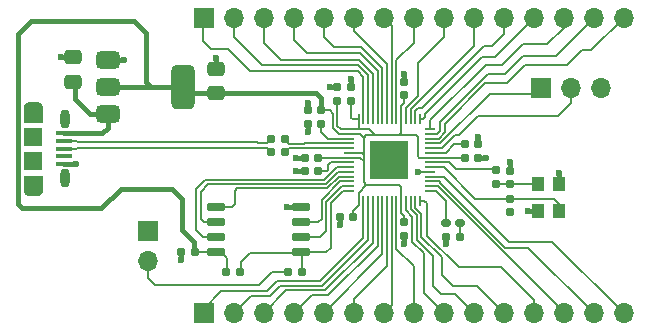
<source format=gbr>
%TF.GenerationSoftware,KiCad,Pcbnew,8.0.2*%
%TF.CreationDate,2024-06-30T02:03:35-06:00*%
%TF.ProjectId,2024_June_RP2040,32303234-5f4a-4756-9e65-5f5250323034,rev?*%
%TF.SameCoordinates,Original*%
%TF.FileFunction,Copper,L1,Top*%
%TF.FilePolarity,Positive*%
%FSLAX46Y46*%
G04 Gerber Fmt 4.6, Leading zero omitted, Abs format (unit mm)*
G04 Created by KiCad (PCBNEW 8.0.2) date 2024-06-30 02:03:35*
%MOMM*%
%LPD*%
G01*
G04 APERTURE LIST*
G04 Aperture macros list*
%AMRoundRect*
0 Rectangle with rounded corners*
0 $1 Rounding radius*
0 $2 $3 $4 $5 $6 $7 $8 $9 X,Y pos of 4 corners*
0 Add a 4 corners polygon primitive as box body*
4,1,4,$2,$3,$4,$5,$6,$7,$8,$9,$2,$3,0*
0 Add four circle primitives for the rounded corners*
1,1,$1+$1,$2,$3*
1,1,$1+$1,$4,$5*
1,1,$1+$1,$6,$7*
1,1,$1+$1,$8,$9*
0 Add four rect primitives between the rounded corners*
20,1,$1+$1,$2,$3,$4,$5,0*
20,1,$1+$1,$4,$5,$6,$7,0*
20,1,$1+$1,$6,$7,$8,$9,0*
20,1,$1+$1,$8,$9,$2,$3,0*%
G04 Aperture macros list end*
%TA.AperFunction,EtchedComponent*%
%ADD10C,0.010000*%
%TD*%
%TA.AperFunction,SMDPad,CuDef*%
%ADD11RoundRect,0.160000X-0.197500X-0.160000X0.197500X-0.160000X0.197500X0.160000X-0.197500X0.160000X0*%
%TD*%
%TA.AperFunction,SMDPad,CuDef*%
%ADD12RoundRect,0.160000X0.222500X0.160000X-0.222500X0.160000X-0.222500X-0.160000X0.222500X-0.160000X0*%
%TD*%
%TA.AperFunction,ComponentPad*%
%ADD13R,1.700000X1.700000*%
%TD*%
%TA.AperFunction,ComponentPad*%
%ADD14O,1.700000X1.700000*%
%TD*%
%TA.AperFunction,SMDPad,CuDef*%
%ADD15RoundRect,0.160000X-0.160000X0.197500X-0.160000X-0.197500X0.160000X-0.197500X0.160000X0.197500X0*%
%TD*%
%TA.AperFunction,SMDPad,CuDef*%
%ADD16RoundRect,0.155000X0.155000X-0.212500X0.155000X0.212500X-0.155000X0.212500X-0.155000X-0.212500X0*%
%TD*%
%TA.AperFunction,SMDPad,CuDef*%
%ADD17RoundRect,0.155000X-0.155000X0.212500X-0.155000X-0.212500X0.155000X-0.212500X0.155000X0.212500X0*%
%TD*%
%TA.AperFunction,SMDPad,CuDef*%
%ADD18R,1.050000X1.300000*%
%TD*%
%TA.AperFunction,SMDPad,CuDef*%
%ADD19RoundRect,0.160000X0.197500X0.160000X-0.197500X0.160000X-0.197500X-0.160000X0.197500X-0.160000X0*%
%TD*%
%TA.AperFunction,SMDPad,CuDef*%
%ADD20RoundRect,0.155000X0.212500X0.155000X-0.212500X0.155000X-0.212500X-0.155000X0.212500X-0.155000X0*%
%TD*%
%TA.AperFunction,SMDPad,CuDef*%
%ADD21RoundRect,0.150000X0.650000X0.150000X-0.650000X0.150000X-0.650000X-0.150000X0.650000X-0.150000X0*%
%TD*%
%TA.AperFunction,SMDPad,CuDef*%
%ADD22R,1.350000X0.400000*%
%TD*%
%TA.AperFunction,ComponentPad*%
%ADD23O,0.800000X1.600000*%
%TD*%
%TA.AperFunction,ComponentPad*%
%ADD24O,1.500000X0.750000*%
%TD*%
%TA.AperFunction,SMDPad,CuDef*%
%ADD25R,1.550000X1.500000*%
%TD*%
%TA.AperFunction,SMDPad,CuDef*%
%ADD26RoundRect,0.155000X-0.212500X-0.155000X0.212500X-0.155000X0.212500X0.155000X-0.212500X0.155000X0*%
%TD*%
%TA.AperFunction,SMDPad,CuDef*%
%ADD27RoundRect,0.050000X0.050000X-0.387500X0.050000X0.387500X-0.050000X0.387500X-0.050000X-0.387500X0*%
%TD*%
%TA.AperFunction,SMDPad,CuDef*%
%ADD28RoundRect,0.050000X0.387500X-0.050000X0.387500X0.050000X-0.387500X0.050000X-0.387500X-0.050000X0*%
%TD*%
%TA.AperFunction,HeatsinkPad*%
%ADD29R,3.200000X3.200000*%
%TD*%
%TA.AperFunction,SMDPad,CuDef*%
%ADD30RoundRect,0.375000X-0.625000X-0.375000X0.625000X-0.375000X0.625000X0.375000X-0.625000X0.375000X0*%
%TD*%
%TA.AperFunction,SMDPad,CuDef*%
%ADD31RoundRect,0.500000X-0.500000X-1.400000X0.500000X-1.400000X0.500000X1.400000X-0.500000X1.400000X0*%
%TD*%
%TA.AperFunction,SMDPad,CuDef*%
%ADD32RoundRect,0.250000X0.475000X-0.337500X0.475000X0.337500X-0.475000X0.337500X-0.475000X-0.337500X0*%
%TD*%
%TA.AperFunction,ViaPad*%
%ADD33C,0.600000*%
%TD*%
%TA.AperFunction,Conductor*%
%ADD34C,0.152400*%
%TD*%
%TA.AperFunction,Conductor*%
%ADD35C,0.203200*%
%TD*%
%TA.AperFunction,Conductor*%
%ADD36C,0.381000*%
%TD*%
%TA.AperFunction,Conductor*%
%ADD37C,0.200000*%
%TD*%
G04 APERTURE END LIST*
D10*
%TO.C,J2*%
X86094600Y-64900800D02*
X86120600Y-64902800D01*
X86146600Y-64905800D01*
X86172600Y-64910800D01*
X86197600Y-64916800D01*
X86223600Y-64923800D01*
X86247600Y-64932800D01*
X86271600Y-64942800D01*
X86295600Y-64953800D01*
X86318600Y-64966800D01*
X86340600Y-64980800D01*
X86362600Y-64994800D01*
X86383600Y-65010800D01*
X86403600Y-65027800D01*
X86422600Y-65045800D01*
X86440600Y-65064800D01*
X86457600Y-65084800D01*
X86473600Y-65105800D01*
X86487600Y-65127800D01*
X86501600Y-65149800D01*
X86514600Y-65172800D01*
X86525600Y-65196800D01*
X86535600Y-65220800D01*
X86544600Y-65244800D01*
X86551600Y-65270800D01*
X86557600Y-65295800D01*
X86562600Y-65321800D01*
X86565600Y-65347800D01*
X86567600Y-65373800D01*
X86568600Y-65399800D01*
X86568600Y-66544800D01*
X85018600Y-66544800D01*
X85018600Y-65399800D01*
X85019600Y-65373800D01*
X85021600Y-65347800D01*
X85024600Y-65321800D01*
X85029600Y-65295800D01*
X85035600Y-65270800D01*
X85042600Y-65244800D01*
X85051600Y-65220800D01*
X85061600Y-65196800D01*
X85072600Y-65172800D01*
X85085600Y-65149800D01*
X85099600Y-65127800D01*
X85113600Y-65105800D01*
X85129600Y-65084800D01*
X85146600Y-65064800D01*
X85164600Y-65045800D01*
X85183600Y-65027800D01*
X85203600Y-65010800D01*
X85224600Y-64994800D01*
X85246600Y-64980800D01*
X85268600Y-64966800D01*
X85291600Y-64953800D01*
X85315600Y-64942800D01*
X85339600Y-64932800D01*
X85363600Y-64923800D01*
X85389600Y-64916800D01*
X85414600Y-64910800D01*
X85440600Y-64905800D01*
X85466600Y-64902800D01*
X85492600Y-64900800D01*
X85518600Y-64899800D01*
X86068600Y-64899800D01*
X86094600Y-64900800D01*
%TA.AperFunction,EtchedComponent*%
G36*
X86094600Y-64900800D02*
G01*
X86120600Y-64902800D01*
X86146600Y-64905800D01*
X86172600Y-64910800D01*
X86197600Y-64916800D01*
X86223600Y-64923800D01*
X86247600Y-64932800D01*
X86271600Y-64942800D01*
X86295600Y-64953800D01*
X86318600Y-64966800D01*
X86340600Y-64980800D01*
X86362600Y-64994800D01*
X86383600Y-65010800D01*
X86403600Y-65027800D01*
X86422600Y-65045800D01*
X86440600Y-65064800D01*
X86457600Y-65084800D01*
X86473600Y-65105800D01*
X86487600Y-65127800D01*
X86501600Y-65149800D01*
X86514600Y-65172800D01*
X86525600Y-65196800D01*
X86535600Y-65220800D01*
X86544600Y-65244800D01*
X86551600Y-65270800D01*
X86557600Y-65295800D01*
X86562600Y-65321800D01*
X86565600Y-65347800D01*
X86567600Y-65373800D01*
X86568600Y-65399800D01*
X86568600Y-66544800D01*
X85018600Y-66544800D01*
X85018600Y-65399800D01*
X85019600Y-65373800D01*
X85021600Y-65347800D01*
X85024600Y-65321800D01*
X85029600Y-65295800D01*
X85035600Y-65270800D01*
X85042600Y-65244800D01*
X85051600Y-65220800D01*
X85061600Y-65196800D01*
X85072600Y-65172800D01*
X85085600Y-65149800D01*
X85099600Y-65127800D01*
X85113600Y-65105800D01*
X85129600Y-65084800D01*
X85146600Y-65064800D01*
X85164600Y-65045800D01*
X85183600Y-65027800D01*
X85203600Y-65010800D01*
X85224600Y-64994800D01*
X85246600Y-64980800D01*
X85268600Y-64966800D01*
X85291600Y-64953800D01*
X85315600Y-64942800D01*
X85339600Y-64932800D01*
X85363600Y-64923800D01*
X85389600Y-64916800D01*
X85414600Y-64910800D01*
X85440600Y-64905800D01*
X85466600Y-64902800D01*
X85492600Y-64900800D01*
X85518600Y-64899800D01*
X86068600Y-64899800D01*
X86094600Y-64900800D01*
G37*
%TD.AperFunction*%
X86568600Y-72289800D02*
X86567600Y-72315800D01*
X86565600Y-72341800D01*
X86562600Y-72367800D01*
X86557600Y-72393800D01*
X86551600Y-72418800D01*
X86544600Y-72444800D01*
X86535600Y-72468800D01*
X86525600Y-72492800D01*
X86514600Y-72516800D01*
X86501600Y-72539800D01*
X86487600Y-72561800D01*
X86473600Y-72583800D01*
X86457600Y-72604800D01*
X86440600Y-72624800D01*
X86422600Y-72643800D01*
X86403600Y-72661800D01*
X86383600Y-72678800D01*
X86362600Y-72694800D01*
X86340600Y-72708800D01*
X86318600Y-72722800D01*
X86295600Y-72735800D01*
X86271600Y-72746800D01*
X86247600Y-72756800D01*
X86223600Y-72765800D01*
X86197600Y-72772800D01*
X86172600Y-72778800D01*
X86146600Y-72783800D01*
X86120600Y-72786800D01*
X86094600Y-72788800D01*
X86068600Y-72789800D01*
X85518600Y-72789800D01*
X85492600Y-72788800D01*
X85466600Y-72786800D01*
X85440600Y-72783800D01*
X85414600Y-72778800D01*
X85389600Y-72772800D01*
X85363600Y-72765800D01*
X85339600Y-72756800D01*
X85315600Y-72746800D01*
X85291600Y-72735800D01*
X85268600Y-72722800D01*
X85246600Y-72708800D01*
X85224600Y-72694800D01*
X85203600Y-72678800D01*
X85183600Y-72661800D01*
X85164600Y-72643800D01*
X85146600Y-72624800D01*
X85129600Y-72604800D01*
X85113600Y-72583800D01*
X85099600Y-72561800D01*
X85085600Y-72539800D01*
X85072600Y-72516800D01*
X85061600Y-72492800D01*
X85051600Y-72468800D01*
X85042600Y-72444800D01*
X85035600Y-72418800D01*
X85029600Y-72393800D01*
X85024600Y-72367800D01*
X85021600Y-72341800D01*
X85019600Y-72315800D01*
X85018600Y-72289800D01*
X85018600Y-71144800D01*
X86568600Y-71144800D01*
X86568600Y-72289800D01*
%TA.AperFunction,EtchedComponent*%
G36*
X86568600Y-72289800D02*
G01*
X86567600Y-72315800D01*
X86565600Y-72341800D01*
X86562600Y-72367800D01*
X86557600Y-72393800D01*
X86551600Y-72418800D01*
X86544600Y-72444800D01*
X86535600Y-72468800D01*
X86525600Y-72492800D01*
X86514600Y-72516800D01*
X86501600Y-72539800D01*
X86487600Y-72561800D01*
X86473600Y-72583800D01*
X86457600Y-72604800D01*
X86440600Y-72624800D01*
X86422600Y-72643800D01*
X86403600Y-72661800D01*
X86383600Y-72678800D01*
X86362600Y-72694800D01*
X86340600Y-72708800D01*
X86318600Y-72722800D01*
X86295600Y-72735800D01*
X86271600Y-72746800D01*
X86247600Y-72756800D01*
X86223600Y-72765800D01*
X86197600Y-72772800D01*
X86172600Y-72778800D01*
X86146600Y-72783800D01*
X86120600Y-72786800D01*
X86094600Y-72788800D01*
X86068600Y-72789800D01*
X85518600Y-72789800D01*
X85492600Y-72788800D01*
X85466600Y-72786800D01*
X85440600Y-72783800D01*
X85414600Y-72778800D01*
X85389600Y-72772800D01*
X85363600Y-72765800D01*
X85339600Y-72756800D01*
X85315600Y-72746800D01*
X85291600Y-72735800D01*
X85268600Y-72722800D01*
X85246600Y-72708800D01*
X85224600Y-72694800D01*
X85203600Y-72678800D01*
X85183600Y-72661800D01*
X85164600Y-72643800D01*
X85146600Y-72624800D01*
X85129600Y-72604800D01*
X85113600Y-72583800D01*
X85099600Y-72561800D01*
X85085600Y-72539800D01*
X85072600Y-72516800D01*
X85061600Y-72492800D01*
X85051600Y-72468800D01*
X85042600Y-72444800D01*
X85035600Y-72418800D01*
X85029600Y-72393800D01*
X85024600Y-72367800D01*
X85021600Y-72341800D01*
X85019600Y-72315800D01*
X85018600Y-72289800D01*
X85018600Y-71144800D01*
X86568600Y-71144800D01*
X86568600Y-72289800D01*
G37*
%TD.AperFunction*%
%TD*%
D11*
%TO.P,R6,1*%
%TO.N,GND*%
X120789100Y-76301600D03*
%TO.P,R6,2*%
%TO.N,Net-(D1-K)*%
X121984100Y-76301600D03*
%TD*%
D12*
%TO.P,D1,2,A*%
%TO.N,/GPIO_12*%
X120802000Y-75133200D03*
%TO.P,D1,1,K*%
%TO.N,Net-(D1-K)*%
X121947000Y-75133200D03*
%TD*%
D13*
%TO.P,J5,1,Pin_1*%
%TO.N,/SWD*%
X128778000Y-63677800D03*
D14*
%TO.P,J5,2,Pin_2*%
%TO.N,/SWCLK*%
X131318000Y-63677800D03*
%TO.P,J5,3,Pin_3*%
%TO.N,GND*%
X133858000Y-63677800D03*
%TD*%
D13*
%TO.P,J4,1,Pin_1*%
%TO.N,/GPIO_ADC3*%
X100253800Y-57759600D03*
D14*
%TO.P,J4,2,Pin_2*%
%TO.N,/GPIO_ADC2*%
X102793800Y-57759600D03*
%TO.P,J4,3,Pin_3*%
%TO.N,/GPIO_ADC1*%
X105333800Y-57759600D03*
%TO.P,J4,4,Pin_4*%
%TO.N,/GPIO_ADC0*%
X107873800Y-57759600D03*
%TO.P,J4,5,Pin_5*%
%TO.N,/GPIO_25*%
X110413800Y-57759600D03*
%TO.P,J4,6,Pin_6*%
%TO.N,/GPIO_24*%
X112953800Y-57759600D03*
%TO.P,J4,7,Pin_7*%
%TO.N,/GPIO_23*%
X115493800Y-57759600D03*
%TO.P,J4,8,Pin_8*%
%TO.N,/GPIO_22*%
X118033800Y-57759600D03*
%TO.P,J4,9,Pin_9*%
%TO.N,/GPIO_21*%
X120573800Y-57759600D03*
%TO.P,J4,10,Pin_10*%
%TO.N,/GPIO_20*%
X123113800Y-57759600D03*
%TO.P,J4,11,Pin_11*%
%TO.N,/GPIO_19*%
X125653800Y-57759600D03*
%TO.P,J4,12,Pin_12*%
%TO.N,/GPIO_18*%
X128193800Y-57759600D03*
%TO.P,J4,13,Pin_13*%
%TO.N,/GPIO_17*%
X130733800Y-57759600D03*
%TO.P,J4,14,Pin_14*%
%TO.N,/GPIO_16*%
X133273800Y-57759600D03*
%TO.P,J4,15,Pin_15*%
%TO.N,/RUN*%
X135813800Y-57759600D03*
%TD*%
D13*
%TO.P,J3,1,Pin_1*%
%TO.N,/GPIO_0*%
X100253800Y-82759600D03*
D14*
%TO.P,J3,2,Pin_2*%
%TO.N,/GPIO_1*%
X102793800Y-82759600D03*
%TO.P,J3,3,Pin_3*%
%TO.N,/GPIO_2*%
X105333800Y-82759600D03*
%TO.P,J3,4,Pin_4*%
%TO.N,/GPIO_3*%
X107873800Y-82759600D03*
%TO.P,J3,5,Pin_5*%
%TO.N,/GPIO_4*%
X110413800Y-82759600D03*
%TO.P,J3,6,Pin_6*%
%TO.N,/GPIO_5*%
X112953800Y-82759600D03*
%TO.P,J3,7,Pin_7*%
%TO.N,/GPIO_6*%
X115493800Y-82759600D03*
%TO.P,J3,8,Pin_8*%
%TO.N,/GPIO_7*%
X118033800Y-82759600D03*
%TO.P,J3,9,Pin_9*%
%TO.N,/GPIO_8*%
X120573800Y-82759600D03*
%TO.P,J3,10,Pin_10*%
%TO.N,/GPIO_9*%
X123113800Y-82759600D03*
%TO.P,J3,11,Pin_11*%
%TO.N,/GPIO_10*%
X125653800Y-82759600D03*
%TO.P,J3,12,Pin_12*%
%TO.N,/GPIO_11*%
X128193800Y-82759600D03*
%TO.P,J3,13,Pin_13*%
%TO.N,/GPIO_13*%
X130733800Y-82759600D03*
%TO.P,J3,14,Pin_14*%
%TO.N,/GPIO_14*%
X133273800Y-82759600D03*
%TO.P,J3,15,Pin_15*%
%TO.N,/GPIO_15*%
X135813800Y-82759600D03*
%TD*%
D15*
%TO.P,R5,1*%
%TO.N,/XOUT*%
X124965400Y-70674900D03*
%TO.P,R5,2*%
%TO.N,Net-(Y2-CRYSTAL_2)*%
X124965400Y-71869900D03*
%TD*%
D16*
%TO.P,C17,1*%
%TO.N,GND*%
X126212600Y-74227500D03*
%TO.P,C17,2*%
%TO.N,/XIN*%
X126212600Y-73092500D03*
%TD*%
D17*
%TO.P,C16,1*%
%TO.N,GND*%
X126184600Y-70696200D03*
%TO.P,C16,2*%
%TO.N,Net-(Y2-CRYSTAL_2)*%
X126184600Y-71831200D03*
%TD*%
D18*
%TO.P,Y2,4,GND_2*%
%TO.N,GND*%
X128574800Y-74142600D03*
%TO.P,Y2,3,CRYSTAL_2*%
%TO.N,Net-(Y2-CRYSTAL_2)*%
X128574800Y-71842600D03*
%TO.P,Y2,2,GND_1*%
%TO.N,GND*%
X130324800Y-71842600D03*
%TO.P,Y2,1,CRYSTAL_1*%
%TO.N,/XIN*%
X130324800Y-74142600D03*
%TD*%
D19*
%TO.P,R4,1*%
%TO.N,/MCU_USB_D-*%
X107137900Y-68046600D03*
%TO.P,R4,2*%
%TO.N,/USB_D-*%
X105942900Y-68046600D03*
%TD*%
%TO.P,R3,2*%
%TO.N,/USB_D+*%
X105955500Y-69164200D03*
%TO.P,R3,1*%
%TO.N,/MCU_USB_D+*%
X107150500Y-69164200D03*
%TD*%
D11*
%TO.P,R2,1*%
%TO.N,+3.3V*%
X102170900Y-79248000D03*
%TO.P,R2,2*%
%TO.N,/QSPI_SS*%
X103365900Y-79248000D03*
%TD*%
D19*
%TO.P,R1,2*%
%TO.N,/USB_BOOT*%
X107377900Y-79273400D03*
%TO.P,R1,1*%
%TO.N,/QSPI_SS*%
X108572900Y-79273400D03*
%TD*%
D13*
%TO.P,J1,1,Pin_1*%
%TO.N,GND*%
X95580200Y-75844400D03*
D14*
%TO.P,J1,2,Pin_2*%
%TO.N,/USB_BOOT*%
X95580200Y-78384400D03*
%TD*%
D20*
%TO.P,C11,2*%
%TO.N,GND*%
X98365500Y-77622400D03*
%TO.P,C11,1*%
%TO.N,+3.3V*%
X99500500Y-77622400D03*
%TD*%
D21*
%TO.P,U3,1,~{CS}*%
%TO.N,/QSPI_SS*%
X108476600Y-77597000D03*
%TO.P,U3,2,DO(IO1)*%
%TO.N,/QSPI_SD1*%
X108476600Y-76327000D03*
%TO.P,U3,3,IO2*%
%TO.N,/QSPI_SD2*%
X108476600Y-75057000D03*
%TO.P,U3,4,GND*%
%TO.N,GND*%
X108476600Y-73787000D03*
%TO.P,U3,5,DI(IO0)*%
%TO.N,/QSPI_SD0*%
X101276600Y-73787000D03*
%TO.P,U3,6,CLK*%
%TO.N,/QSPI_CLK*%
X101276600Y-75057000D03*
%TO.P,U3,7,IO3*%
%TO.N,/QSPI_SD3*%
X101276600Y-76327000D03*
%TO.P,U3,8,VCC*%
%TO.N,+3.3V*%
X101276600Y-77597000D03*
%TD*%
D22*
%TO.P,J2,1,1*%
%TO.N,+5V*%
X88468600Y-67544800D03*
%TO.P,J2,2,2*%
%TO.N,/USB_D-*%
X88468600Y-68194800D03*
%TO.P,J2,3,3*%
%TO.N,/USB_D+*%
X88468600Y-68844800D03*
%TO.P,J2,4,4*%
%TO.N,unconnected-(J2-Pad4)*%
X88468600Y-69494800D03*
%TO.P,J2,5,5*%
%TO.N,GND*%
X88468600Y-70144800D03*
D23*
%TO.P,J2,S1,SHIELD*%
%TO.N,unconnected-(J2-SHIELD-PadS1)*%
X88493600Y-66344800D03*
%TO.P,J2,S2,SHIELD__1*%
%TO.N,unconnected-(J2-SHIELD__1-PadS2)*%
X88493600Y-71344800D03*
D24*
%TO.P,J2,S3,SHIELD__2*%
%TO.N,unconnected-(J2-SHIELD__2-PadS3)*%
X85793600Y-65319800D03*
D25*
%TO.P,J2,S4,SHIELD__3*%
%TO.N,unconnected-(J2-SHIELD__3-PadS4)*%
X85793600Y-67844800D03*
%TO.P,J2,S5,SHIELD__4*%
%TO.N,unconnected-(J2-SHIELD__4-PadS5)*%
X85793600Y-69844800D03*
D24*
%TO.P,J2,S6,SHIELD__5*%
%TO.N,unconnected-(J2-SHIELD__5-PadS6)*%
X85793600Y-72369800D03*
%TD*%
D20*
%TO.P,C15,2*%
%TO.N,GND*%
X108796200Y-70739000D03*
%TO.P,C15,1*%
%TO.N,+1V1*%
X109931200Y-70739000D03*
%TD*%
D26*
%TO.P,C14,1*%
%TO.N,+1V1*%
X122351800Y-68478400D03*
%TO.P,C14,2*%
%TO.N,GND*%
X123486800Y-68478400D03*
%TD*%
D27*
%TO.P,U2,1,IOVDD*%
%TO.N,+3.3V*%
X113376400Y-73236700D03*
%TO.P,U2,2,GPIO0*%
%TO.N,/GPIO_0*%
X113776400Y-73236700D03*
%TO.P,U2,3,GPIO1*%
%TO.N,/GPIO_1*%
X114176400Y-73236700D03*
%TO.P,U2,4,GPIO2*%
%TO.N,/GPIO_2*%
X114576400Y-73236700D03*
%TO.P,U2,5,GPIO3*%
%TO.N,/GPIO_3*%
X114976400Y-73236700D03*
%TO.P,U2,6,GPIO4*%
%TO.N,/GPIO_4*%
X115376400Y-73236700D03*
%TO.P,U2,7,GPIO5*%
%TO.N,/GPIO_5*%
X115776400Y-73236700D03*
%TO.P,U2,8,GPIO6*%
%TO.N,/GPIO_6*%
X116176400Y-73236700D03*
%TO.P,U2,9,GPIO7*%
%TO.N,/GPIO_7*%
X116576400Y-73236700D03*
%TO.P,U2,10,IOVDD*%
%TO.N,+3.3V*%
X116976400Y-73236700D03*
%TO.P,U2,11,GPIO8*%
%TO.N,/GPIO_8*%
X117376400Y-73236700D03*
%TO.P,U2,12,GPIO9*%
%TO.N,/GPIO_9*%
X117776400Y-73236700D03*
%TO.P,U2,13,GPIO10*%
%TO.N,/GPIO_10*%
X118176400Y-73236700D03*
%TO.P,U2,14,GPIO11*%
%TO.N,/GPIO_11*%
X118576400Y-73236700D03*
D28*
%TO.P,U2,15,GPIO12*%
%TO.N,/GPIO_12*%
X119413900Y-72399200D03*
%TO.P,U2,16,GPIO13*%
%TO.N,/GPIO_13*%
X119413900Y-71999200D03*
%TO.P,U2,17,GPIO14*%
%TO.N,/GPIO_14*%
X119413900Y-71599200D03*
%TO.P,U2,18,GPIO15*%
%TO.N,/GPIO_15*%
X119413900Y-71199200D03*
%TO.P,U2,19,TESTEN*%
%TO.N,GND*%
X119413900Y-70799200D03*
%TO.P,U2,20,XIN*%
%TO.N,/XIN*%
X119413900Y-70399200D03*
%TO.P,U2,21,XOUT*%
%TO.N,/XOUT*%
X119413900Y-69999200D03*
%TO.P,U2,22,IOVDD*%
%TO.N,+3.3V*%
X119413900Y-69599200D03*
%TO.P,U2,23,DVDD*%
%TO.N,+1V1*%
X119413900Y-69199200D03*
%TO.P,U2,24,SWCLK*%
%TO.N,/SWCLK*%
X119413900Y-68799200D03*
%TO.P,U2,25,SWD*%
%TO.N,/SWD*%
X119413900Y-68399200D03*
%TO.P,U2,26,RUN*%
%TO.N,/RUN*%
X119413900Y-67999200D03*
%TO.P,U2,27,GPIO16*%
%TO.N,/GPIO_16*%
X119413900Y-67599200D03*
%TO.P,U2,28,GPIO17*%
%TO.N,/GPIO_17*%
X119413900Y-67199200D03*
D27*
%TO.P,U2,29,GPIO18*%
%TO.N,/GPIO_18*%
X118576400Y-66361700D03*
%TO.P,U2,30,GPIO19*%
%TO.N,/GPIO_19*%
X118176400Y-66361700D03*
%TO.P,U2,31,GPIO20*%
%TO.N,/GPIO_20*%
X117776400Y-66361700D03*
%TO.P,U2,32,GPIO21*%
%TO.N,/GPIO_21*%
X117376400Y-66361700D03*
%TO.P,U2,33,IOVDD*%
%TO.N,+3.3V*%
X116976400Y-66361700D03*
%TO.P,U2,34,GPIO22*%
%TO.N,/GPIO_22*%
X116576400Y-66361700D03*
%TO.P,U2,35,GPIO23*%
%TO.N,/GPIO_23*%
X116176400Y-66361700D03*
%TO.P,U2,36,GPIO24*%
%TO.N,/GPIO_24*%
X115776400Y-66361700D03*
%TO.P,U2,37,GPIO25*%
%TO.N,/GPIO_25*%
X115376400Y-66361700D03*
%TO.P,U2,38,GPIO26_ADC0*%
%TO.N,/GPIO_ADC0*%
X114976400Y-66361700D03*
%TO.P,U2,39,GPIO27_ADC1*%
%TO.N,/GPIO_ADC1*%
X114576400Y-66361700D03*
%TO.P,U2,40,GPIO28_ADC2*%
%TO.N,/GPIO_ADC2*%
X114176400Y-66361700D03*
%TO.P,U2,41,GPIO29_ADC3*%
%TO.N,/GPIO_ADC3*%
X113776400Y-66361700D03*
%TO.P,U2,42,IOVDD*%
%TO.N,+3.3V*%
X113376400Y-66361700D03*
D28*
%TO.P,U2,43,ADC_AVDD*%
X112538900Y-67199200D03*
%TO.P,U2,44,VREG_IN*%
X112538900Y-67599200D03*
%TO.P,U2,45,VREG_VOUT*%
%TO.N,+1V1*%
X112538900Y-67999200D03*
%TO.P,U2,46,USB_DM*%
%TO.N,/MCU_USB_D-*%
X112538900Y-68399200D03*
%TO.P,U2,47,USB_DP*%
%TO.N,/MCU_USB_D+*%
X112538900Y-68799200D03*
%TO.P,U2,48,USB_VDD*%
%TO.N,+3.3V*%
X112538900Y-69199200D03*
%TO.P,U2,49,IOVDD*%
X112538900Y-69599200D03*
%TO.P,U2,50,DVDD*%
%TO.N,+1V1*%
X112538900Y-69999200D03*
%TO.P,U2,51,QSPI_SD3*%
%TO.N,/QSPI_SD3*%
X112538900Y-70399200D03*
%TO.P,U2,52,QSPI_SCLK*%
%TO.N,/QSPI_CLK*%
X112538900Y-70799200D03*
%TO.P,U2,53,QSPI_SD0*%
%TO.N,/QSPI_SD0*%
X112538900Y-71199200D03*
%TO.P,U2,54,QSPI_SD2*%
%TO.N,/QSPI_SD2*%
X112538900Y-71599200D03*
%TO.P,U2,55,QSPI_SD1*%
%TO.N,/QSPI_SD1*%
X112538900Y-71999200D03*
%TO.P,U2,56,QSPI_SS*%
%TO.N,/QSPI_SS*%
X112538900Y-72399200D03*
D29*
%TO.P,U2,57,GND*%
%TO.N,GND*%
X115976400Y-69799200D03*
%TD*%
D30*
%TO.P,U1,3,VI*%
%TO.N,+5V*%
X92176200Y-65913700D03*
D31*
%TO.P,U1,2,VO*%
%TO.N,+3.3V*%
X98476200Y-63613700D03*
D30*
X92176200Y-63613700D03*
%TO.P,U1,1,GND*%
%TO.N,GND*%
X92176200Y-61313700D03*
%TD*%
D20*
%TO.P,C13,2*%
%TO.N,GND*%
X109084300Y-65608200D03*
%TO.P,C13,1*%
%TO.N,+3.3V*%
X110219300Y-65608200D03*
%TD*%
D26*
%TO.P,C12,1*%
%TO.N,GND*%
X109084300Y-66776600D03*
%TO.P,C12,2*%
%TO.N,+1V1*%
X110219300Y-66776600D03*
%TD*%
%TO.P,C9,1*%
%TO.N,+3.3V*%
X122351800Y-69596000D03*
%TO.P,C9,2*%
%TO.N,GND*%
X123486800Y-69596000D03*
%TD*%
D20*
%TO.P,C8,1*%
%TO.N,+3.3V*%
X109931200Y-69621400D03*
%TO.P,C8,2*%
%TO.N,GND*%
X108796200Y-69621400D03*
%TD*%
%TO.P,C7,1*%
%TO.N,+3.3V*%
X112937100Y-74650600D03*
%TO.P,C7,2*%
%TO.N,GND*%
X111802100Y-74650600D03*
%TD*%
D17*
%TO.P,C6,1*%
%TO.N,+3.3V*%
X117246400Y-75073700D03*
%TO.P,C6,2*%
%TO.N,GND*%
X117246400Y-76208700D03*
%TD*%
D16*
%TO.P,C5,1*%
%TO.N,+3.3V*%
X117246400Y-64312800D03*
%TO.P,C5,2*%
%TO.N,GND*%
X117246400Y-63177800D03*
%TD*%
%TO.P,C4,1*%
%TO.N,+3.3V*%
X112750600Y-64778700D03*
%TO.P,C4,2*%
%TO.N,GND*%
X112750600Y-63643700D03*
%TD*%
%TO.P,C3,2*%
%TO.N,GND*%
X111582200Y-63643700D03*
%TO.P,C3,1*%
%TO.N,+3.3V*%
X111582200Y-64778700D03*
%TD*%
D32*
%TO.P,C2,2*%
%TO.N,GND*%
X101269800Y-62056100D03*
%TO.P,C2,1*%
%TO.N,+3.3V*%
X101269800Y-64131100D03*
%TD*%
%TO.P,C1,1*%
%TO.N,+5V*%
X89204800Y-63165900D03*
%TO.P,C1,2*%
%TO.N,GND*%
X89204800Y-61090900D03*
%TD*%
D33*
%TO.N,GND*%
X115951000Y-69850000D03*
X117119400Y-70916800D03*
X114808000Y-70942200D03*
X117094000Y-68732400D03*
X114833400Y-68707000D03*
X120790300Y-76936600D03*
X126187200Y-70002400D03*
X118440200Y-70815200D03*
X126238000Y-74193400D03*
X98348800Y-78257400D03*
X89484200Y-70154800D03*
X88138000Y-61112400D03*
X93497400Y-61315600D03*
X101295200Y-61137800D03*
X117246400Y-62484000D03*
X112750600Y-62941200D03*
X110947200Y-63627000D03*
X109067600Y-64973200D03*
X109067600Y-67411600D03*
X108102400Y-69621400D03*
X108102400Y-70739000D03*
X107340400Y-73787000D03*
X111810800Y-75285600D03*
X117246400Y-76885800D03*
X127711200Y-74117200D03*
X130302000Y-70866000D03*
X124180600Y-69621400D03*
X123469400Y-67843400D03*
%TD*%
D34*
%TO.N,/QSPI_SS*%
X108572900Y-77693300D02*
X108572900Y-79273400D01*
X108476600Y-77597000D02*
X108572900Y-77693300D01*
D35*
%TO.N,/USB_BOOT*%
X106019600Y-79273400D02*
X107377900Y-79273400D01*
X104927400Y-80365600D02*
X106019600Y-79273400D01*
X96139000Y-80365600D02*
X104927400Y-80365600D01*
X95580200Y-79806800D02*
X96139000Y-80365600D01*
X95580200Y-78384400D02*
X95580200Y-79806800D01*
%TO.N,+3.3V*%
X102196300Y-79222600D02*
X102170900Y-79248000D01*
X102196300Y-78117100D02*
X102196300Y-79222600D01*
%TO.N,/QSPI_SS*%
X103391300Y-79222600D02*
X103365900Y-79248000D01*
X103391300Y-78472700D02*
X103391300Y-79222600D01*
D36*
%TO.N,+3.3V*%
X99466400Y-77588300D02*
X99500500Y-77622400D01*
X99466400Y-76758800D02*
X99466400Y-77588300D01*
X98450400Y-75742800D02*
X99466400Y-76758800D01*
X98450400Y-73075800D02*
X98450400Y-75742800D01*
X91592400Y-73863200D02*
X93218000Y-72237600D01*
X84840700Y-73863200D02*
X91592400Y-73863200D01*
X93218000Y-72237600D02*
X97612200Y-72237600D01*
X84510500Y-73533000D02*
X84840700Y-73863200D01*
X97612200Y-72237600D02*
X98450400Y-73075800D01*
X94335600Y-58013600D02*
X85648800Y-58013600D01*
X84510500Y-59151900D02*
X84510500Y-73533000D01*
X95351600Y-59029600D02*
X94335600Y-58013600D01*
X95351600Y-63207300D02*
X95351600Y-59029600D01*
X85648800Y-58013600D02*
X84510500Y-59151900D01*
X95758000Y-63613700D02*
X95351600Y-63207300D01*
D34*
%TO.N,/SWCLK*%
X131318000Y-64998600D02*
X131318000Y-63677800D01*
X130225800Y-66090800D02*
X131318000Y-64998600D01*
X123444000Y-66090800D02*
X130225800Y-66090800D01*
X121564400Y-67691000D02*
X121843800Y-67691000D01*
X119413900Y-68799200D02*
X120456200Y-68799200D01*
X120456200Y-68799200D02*
X121564400Y-67691000D01*
X121843800Y-67691000D02*
X123444000Y-66090800D01*
%TO.N,/SWD*%
X128270000Y-64185800D02*
X128778000Y-63677800D01*
X120297400Y-68399200D02*
X124510800Y-64185800D01*
X119413900Y-68399200D02*
X120297400Y-68399200D01*
X124510800Y-64185800D02*
X128270000Y-64185800D01*
%TO.N,/RUN*%
X133070600Y-60502800D02*
X135813800Y-57759600D01*
X132257800Y-60502800D02*
X133070600Y-60502800D01*
X131013200Y-61747400D02*
X132257800Y-60502800D01*
X127482600Y-61747400D02*
X131013200Y-61747400D01*
X125907800Y-63322200D02*
X127482600Y-61747400D01*
X120700800Y-66725800D02*
X124104400Y-63322200D01*
X120164000Y-67999200D02*
X120700800Y-67462400D01*
X120700800Y-67462400D02*
X120700800Y-66725800D01*
X124104400Y-63322200D02*
X125907800Y-63322200D01*
X119413900Y-67999200D02*
X120164000Y-67999200D01*
%TO.N,/GPIO_16*%
X127330200Y-60960000D02*
X130073400Y-60960000D01*
X130073400Y-60960000D02*
X133273800Y-57759600D01*
X120243600Y-66624200D02*
X124333000Y-62534800D01*
X125755400Y-62534800D02*
X127330200Y-60960000D01*
X120243600Y-67335400D02*
X120243600Y-66624200D01*
X124333000Y-62534800D02*
X125755400Y-62534800D01*
X119979800Y-67599200D02*
X120243600Y-67335400D01*
X119413900Y-67599200D02*
X119979800Y-67599200D01*
%TO.N,/GPIO_17*%
X129336800Y-59994800D02*
X130733800Y-58597800D01*
X127254000Y-59994800D02*
X129336800Y-59994800D01*
X125526800Y-61722000D02*
X127254000Y-59994800D01*
X119413900Y-66437900D02*
X124129800Y-61722000D01*
X124129800Y-61722000D02*
X125526800Y-61722000D01*
X119413900Y-67199200D02*
X119413900Y-66437900D01*
X130733800Y-58597800D02*
X130733800Y-57759600D01*
%TO.N,/GPIO_18*%
X124891800Y-61061600D02*
X128193800Y-57759600D01*
X118973600Y-66192400D02*
X118973600Y-65913000D01*
X118973600Y-65913000D02*
X123825000Y-61061600D01*
X123825000Y-61061600D02*
X124891800Y-61061600D01*
X118804300Y-66361700D02*
X118973600Y-66192400D01*
X118576400Y-66361700D02*
X118804300Y-66361700D01*
%TO.N,/GPIO_19*%
X125653800Y-59131200D02*
X125653800Y-57759600D01*
X124663200Y-60121800D02*
X125653800Y-59131200D01*
X123977400Y-60121800D02*
X124663200Y-60121800D01*
X118719600Y-65379600D02*
X123977400Y-60121800D01*
X118414800Y-65379600D02*
X118719600Y-65379600D01*
X118176400Y-65618000D02*
X118414800Y-65379600D01*
%TO.N,/GPIO_20*%
X123113800Y-60172600D02*
X123113800Y-57759600D01*
X117776400Y-66361700D02*
X117776400Y-65510000D01*
X117776400Y-65510000D02*
X123113800Y-60172600D01*
%TO.N,/GPIO_21*%
X118389400Y-61569600D02*
X120573800Y-59385200D01*
X118389400Y-64389000D02*
X118389400Y-61569600D01*
X120573800Y-59385200D02*
X120573800Y-57759600D01*
X117376400Y-65402000D02*
X118389400Y-64389000D01*
X117376400Y-66361700D02*
X117376400Y-65402000D01*
%TO.N,/GPIO_22*%
X116576400Y-61325200D02*
X118033800Y-59867800D01*
X116576400Y-66361700D02*
X116576400Y-61325200D01*
X118033800Y-59867800D02*
X118033800Y-57759600D01*
%TO.N,/GPIO_23*%
X116176400Y-58442200D02*
X115493800Y-57759600D01*
X116176400Y-66361700D02*
X116176400Y-58442200D01*
%TO.N,/GPIO_24*%
X112953800Y-58851800D02*
X112953800Y-57759600D01*
X115776400Y-61674400D02*
X112953800Y-58851800D01*
X115776400Y-66361700D02*
X115776400Y-61674400D01*
%TO.N,/GPIO_25*%
X110413800Y-59385200D02*
X110413800Y-57759600D01*
X113614200Y-60248800D02*
X111277400Y-60248800D01*
X115376400Y-62011000D02*
X113614200Y-60248800D01*
X115376400Y-66361700D02*
X115376400Y-62011000D01*
X111277400Y-60248800D02*
X110413800Y-59385200D01*
%TO.N,/GPIO_ADC0*%
X113487200Y-60782200D02*
X109016800Y-60782200D01*
X107873800Y-59639200D02*
X107873800Y-57759600D01*
X114976400Y-62271400D02*
X113487200Y-60782200D01*
X114976400Y-66361700D02*
X114976400Y-62271400D01*
X109016800Y-60782200D02*
X107873800Y-59639200D01*
%TO.N,/GPIO_ADC1*%
X106807000Y-61341000D02*
X105333800Y-59867800D01*
X113436400Y-61341000D02*
X106807000Y-61341000D01*
X114576400Y-62481000D02*
X113436400Y-61341000D01*
X105333800Y-59867800D02*
X105333800Y-57759600D01*
X114576400Y-66361700D02*
X114576400Y-62481000D01*
%TO.N,/GPIO_ADC2*%
X105181400Y-61798200D02*
X102793800Y-59410600D01*
X113334800Y-61798200D02*
X105181400Y-61798200D01*
X102793800Y-59410600D02*
X102793800Y-57759600D01*
X114176400Y-62639800D02*
X113334800Y-61798200D01*
X114176400Y-66361700D02*
X114176400Y-62639800D01*
%TO.N,/GPIO_ADC3*%
X100228400Y-57785000D02*
X100253800Y-57759600D01*
X100228400Y-59715400D02*
X100228400Y-57785000D01*
X100914200Y-60401200D02*
X100228400Y-59715400D01*
X104190800Y-62306200D02*
X102285800Y-60401200D01*
X113284000Y-62306200D02*
X104190800Y-62306200D01*
X102285800Y-60401200D02*
X100914200Y-60401200D01*
X113776400Y-62798600D02*
X113284000Y-62306200D01*
X113776400Y-66361700D02*
X113776400Y-62798600D01*
%TO.N,Net-(D1-K)*%
X121947000Y-76264500D02*
X121984100Y-76301600D01*
X121947000Y-75133200D02*
X121947000Y-76264500D01*
%TO.N,/GPIO_15*%
X129762200Y-76708000D02*
X135813800Y-82759600D01*
X126085600Y-76708000D02*
X129762200Y-76708000D01*
X120576800Y-71199200D02*
X126085600Y-76708000D01*
X119413900Y-71199200D02*
X120576800Y-71199200D01*
%TO.N,/GPIO_14*%
X125796568Y-77241400D02*
X127755600Y-77241400D01*
X120378485Y-71823317D02*
X125796568Y-77241400D01*
X120378485Y-71823316D02*
X120378485Y-71823317D01*
X120154369Y-71599200D02*
X120378485Y-71823316D01*
X119413900Y-71599200D02*
X120154369Y-71599200D01*
X127755600Y-77241400D02*
X133273800Y-82759600D01*
%TO.N,/GPIO_13*%
X130733800Y-82677000D02*
X130733800Y-82759600D01*
X120056000Y-71999200D02*
X130733800Y-82677000D01*
X119413900Y-71999200D02*
X120056000Y-71999200D01*
%TO.N,/GPIO_12*%
X119948000Y-72399200D02*
X120802000Y-73253200D01*
X120802000Y-73253200D02*
X120802000Y-75133200D01*
X119413900Y-72399200D02*
X119948000Y-72399200D01*
%TO.N,/GPIO_11*%
X128193800Y-81635600D02*
X128193800Y-82759600D01*
X125450600Y-78892400D02*
X128193800Y-81635600D01*
X119202200Y-76225400D02*
X121869200Y-78892400D01*
X119202200Y-75387200D02*
X119202200Y-76225400D01*
X119176800Y-75361800D02*
X119202200Y-75387200D01*
X119176800Y-73482200D02*
X119176800Y-75361800D01*
X118931300Y-73236700D02*
X119176800Y-73482200D01*
X121869200Y-78892400D02*
X125450600Y-78892400D01*
X118576400Y-73236700D02*
X118931300Y-73236700D01*
%TO.N,/GPIO_10*%
X121335800Y-80467200D02*
X123361400Y-80467200D01*
X120421400Y-79552800D02*
X121335800Y-80467200D01*
X120421400Y-78054200D02*
X120421400Y-79552800D01*
X118176400Y-73853400D02*
X118668800Y-74345800D01*
X118176400Y-73236700D02*
X118176400Y-73853400D01*
X118668800Y-74345800D02*
X118668800Y-76301600D01*
X118668800Y-76301600D02*
X120421400Y-78054200D01*
X123361400Y-80467200D02*
X125653800Y-82759600D01*
%TO.N,/GPIO_9*%
X119634000Y-80441800D02*
X120345200Y-81153000D01*
X119634000Y-77901800D02*
X119634000Y-80441800D01*
X118287800Y-76555600D02*
X119634000Y-77901800D01*
X118287800Y-74472800D02*
X118287800Y-76555600D01*
X117776400Y-73961400D02*
X118287800Y-74472800D01*
X120345200Y-81153000D02*
X121507200Y-81153000D01*
X121507200Y-81153000D02*
X123113800Y-82759600D01*
X117776400Y-73236700D02*
X117776400Y-73961400D01*
%TO.N,/GPIO_8*%
X118897400Y-81083200D02*
X120573800Y-82759600D01*
X117932200Y-76733400D02*
X118897400Y-77698600D01*
X118897400Y-77698600D02*
X118897400Y-81083200D01*
X117932200Y-74625200D02*
X117932200Y-76733400D01*
X117376400Y-74069400D02*
X117932200Y-74625200D01*
X117376400Y-73236700D02*
X117376400Y-74069400D01*
%TO.N,/GPIO_0*%
X100253800Y-82397600D02*
X100253800Y-82759600D01*
X101752400Y-80899000D02*
X100253800Y-82397600D01*
X105613200Y-80899000D02*
X101752400Y-80899000D01*
X106426000Y-80086200D02*
X105613200Y-80899000D01*
X110134400Y-80086200D02*
X106426000Y-80086200D01*
X113776400Y-76444200D02*
X110134400Y-80086200D01*
X113776400Y-73236700D02*
X113776400Y-76444200D01*
%TO.N,/GPIO_1*%
X106705400Y-80467200D02*
X105892600Y-81280000D01*
X110312200Y-80467200D02*
X106705400Y-80467200D01*
X114176400Y-76603000D02*
X110312200Y-80467200D01*
X104273400Y-81280000D02*
X102793800Y-82759600D01*
X114176400Y-73236700D02*
X114176400Y-76603000D01*
X105892600Y-81280000D02*
X104273400Y-81280000D01*
%TO.N,/GPIO_2*%
X107245200Y-80848200D02*
X105333800Y-82759600D01*
X110540800Y-80848200D02*
X107245200Y-80848200D01*
X114576400Y-76812600D02*
X110540800Y-80848200D01*
X114576400Y-73236700D02*
X114576400Y-76812600D01*
%TO.N,/GPIO_3*%
X109404200Y-81229200D02*
X107873800Y-82759600D01*
X110794800Y-81229200D02*
X109404200Y-81229200D01*
X114976400Y-77047600D02*
X110794800Y-81229200D01*
X114976400Y-73236700D02*
X114976400Y-77047600D01*
%TO.N,/GPIO_4*%
X115376400Y-77790600D02*
X110413800Y-82753200D01*
X115376400Y-73236700D02*
X115376400Y-77790600D01*
X110413800Y-82753200D02*
X110413800Y-82759600D01*
%TO.N,/GPIO_5*%
X112953800Y-81584800D02*
X112953800Y-82759600D01*
X115776400Y-73236700D02*
X115776400Y-78762200D01*
X115776400Y-78762200D02*
X112953800Y-81584800D01*
%TO.N,/GPIO_6*%
X116176400Y-82077000D02*
X115493800Y-82759600D01*
X116176400Y-73236700D02*
X116176400Y-82077000D01*
%TO.N,/GPIO_7*%
X118033800Y-78816200D02*
X118033800Y-82759600D01*
X116576400Y-77358800D02*
X118033800Y-78816200D01*
X116576400Y-73236700D02*
X116576400Y-77358800D01*
D36*
%TO.N,GND*%
X120789100Y-76935400D02*
X120790300Y-76936600D01*
X120789100Y-76301600D02*
X120789100Y-76935400D01*
%TO.N,+5V*%
X89357200Y-64617600D02*
X89357200Y-63318300D01*
X89357200Y-63318300D02*
X89204800Y-63165900D01*
X90653300Y-65913700D02*
X89357200Y-64617600D01*
X92176200Y-65913700D02*
X90653300Y-65913700D01*
X92176200Y-67055600D02*
X92176200Y-65913700D01*
X92176600Y-67056000D02*
X92176200Y-67055600D01*
X91687800Y-67544800D02*
X92176600Y-67056000D01*
X88468600Y-67544800D02*
X91687800Y-67544800D01*
%TO.N,+3.3V*%
X92176200Y-63613700D02*
X98476200Y-63613700D01*
X98993600Y-64131100D02*
X98476200Y-63613700D01*
X101269800Y-64131100D02*
X98993600Y-64131100D01*
X110210600Y-65599500D02*
X110219300Y-65608200D01*
X110210600Y-64592200D02*
X110210600Y-65599500D01*
X109749500Y-64131100D02*
X110210600Y-64592200D01*
X101269800Y-64131100D02*
X109749500Y-64131100D01*
%TO.N,GND*%
X88478600Y-70154800D02*
X88468600Y-70144800D01*
X89484200Y-70154800D02*
X88478600Y-70154800D01*
X88159500Y-61090900D02*
X88138000Y-61112400D01*
X89204800Y-61090900D02*
X88159500Y-61090900D01*
X92178100Y-61315600D02*
X92176200Y-61313700D01*
X93497400Y-61315600D02*
X92178100Y-61315600D01*
X101295200Y-62030700D02*
X101269800Y-62056100D01*
X101295200Y-61137800D02*
X101295200Y-62030700D01*
X98365500Y-78240700D02*
X98348800Y-78257400D01*
X98365500Y-77622400D02*
X98365500Y-78240700D01*
X108796200Y-70739000D02*
X108102400Y-70739000D01*
X108796200Y-69621400D02*
X108102400Y-69621400D01*
X108476600Y-73787000D02*
X107340400Y-73787000D01*
X111802100Y-75276900D02*
X111810800Y-75285600D01*
X111802100Y-74650600D02*
X111802100Y-75276900D01*
X117246400Y-76208700D02*
X117246400Y-76885800D01*
X117246400Y-62484000D02*
X117246400Y-63177800D01*
X109067600Y-64973200D02*
X109084300Y-64989900D01*
X109084300Y-64989900D02*
X109084300Y-65608200D01*
X109084300Y-67394900D02*
X109067600Y-67411600D01*
X109084300Y-66776600D02*
X109084300Y-67394900D01*
X112750600Y-62941200D02*
X112750600Y-63643700D01*
X111319500Y-63643700D02*
X111302800Y-63627000D01*
X111582200Y-63643700D02*
X111319500Y-63643700D01*
X111302800Y-63627000D02*
X110947200Y-63627000D01*
X128549400Y-74117200D02*
X128574800Y-74142600D01*
X127711200Y-74117200D02*
X128549400Y-74117200D01*
X130324800Y-70888800D02*
X130324800Y-71842600D01*
X130302000Y-70866000D02*
X130324800Y-70888800D01*
X126187200Y-70002400D02*
X126187200Y-70693600D01*
X126187200Y-70693600D02*
X126184600Y-70696200D01*
X123486800Y-67860800D02*
X123469400Y-67843400D01*
X123486800Y-68478400D02*
X123486800Y-67860800D01*
X123512200Y-69621400D02*
X123486800Y-69596000D01*
X124180600Y-69621400D02*
X123512200Y-69621400D01*
D34*
X118456200Y-70799200D02*
X118440200Y-70815200D01*
X119413900Y-70799200D02*
X118456200Y-70799200D01*
%TO.N,+3.3V*%
X116976400Y-74253600D02*
X116976400Y-73236700D01*
X117246400Y-75073700D02*
X117246400Y-74523600D01*
X117246400Y-74523600D02*
X116976400Y-74253600D01*
X112937100Y-74083100D02*
X112937100Y-74650600D01*
X113376400Y-73236700D02*
X113376400Y-73643800D01*
X113376400Y-73643800D02*
X112937100Y-74083100D01*
%TO.N,/QSPI_SS*%
X110617000Y-77597000D02*
X108476600Y-77597000D01*
X110998000Y-73434040D02*
X110998000Y-77216000D01*
X110998000Y-77216000D02*
X110617000Y-77597000D01*
X112032840Y-72399200D02*
X110998000Y-73434040D01*
X112538900Y-72399200D02*
X112032840Y-72399200D01*
%TO.N,/QSPI_SD1*%
X108502000Y-76301600D02*
X108476600Y-76327000D01*
X110588400Y-75822200D02*
X110109000Y-76301600D01*
X110109000Y-76301600D02*
X108502000Y-76301600D01*
X110588400Y-73345272D02*
X110588400Y-75822200D01*
X111934472Y-71999200D02*
X110588400Y-73345272D01*
X112538900Y-71999200D02*
X111934472Y-71999200D01*
%TO.N,+3.3V*%
X117246400Y-64998600D02*
X117246400Y-64312800D01*
X116976400Y-65268600D02*
X117246400Y-64998600D01*
X116976400Y-66361700D02*
X116976400Y-65268600D01*
%TO.N,/GPIO_19*%
X118176400Y-66361700D02*
X118176400Y-65618000D01*
D35*
%TO.N,+3.3V*%
X112894500Y-66361700D02*
X113374800Y-66361700D01*
X112750600Y-66217800D02*
X112894500Y-66361700D01*
X112750600Y-64778700D02*
X112750600Y-66217800D01*
D34*
%TO.N,/QSPI_SD2*%
X109956600Y-75057000D02*
X108476600Y-75057000D01*
X110236000Y-74777600D02*
X109956600Y-75057000D01*
X110236000Y-73199304D02*
X110236000Y-74777600D01*
X111836104Y-71599200D02*
X110236000Y-73199304D01*
X112538900Y-71599200D02*
X111836104Y-71599200D01*
%TO.N,/QSPI_SD3*%
X100406200Y-71501000D02*
X110439200Y-71501000D01*
X99644200Y-72263000D02*
X100406200Y-71501000D01*
X111541000Y-70399200D02*
X112538900Y-70399200D01*
X100228400Y-76327000D02*
X99644200Y-75742800D01*
X99644200Y-75742800D02*
X99644200Y-72263000D01*
X101276600Y-76327000D02*
X100228400Y-76327000D01*
X110439200Y-71501000D02*
X111541000Y-70399200D01*
%TO.N,/QSPI_CLK*%
X111639368Y-70799200D02*
X112538900Y-70799200D01*
X110581968Y-71856600D02*
X111639368Y-70799200D01*
X100025200Y-74828400D02*
X100025200Y-72491600D01*
X100025200Y-72491600D02*
X100660200Y-71856600D01*
X100253800Y-75057000D02*
X100025200Y-74828400D01*
X101276600Y-75057000D02*
X100253800Y-75057000D01*
X100660200Y-71856600D02*
X110581968Y-71856600D01*
%TO.N,/QSPI_SD0*%
X102616000Y-73787000D02*
X101276600Y-73787000D01*
X102870000Y-73533000D02*
X102616000Y-73787000D01*
X102870000Y-72415400D02*
X102870000Y-73533000D01*
X103073200Y-72212200D02*
X102870000Y-72415400D01*
X111737736Y-71199200D02*
X110724736Y-72212200D01*
X112538900Y-71199200D02*
X111737736Y-71199200D01*
X110724736Y-72212200D02*
X103073200Y-72212200D01*
D35*
%TO.N,+3.3V*%
X99525900Y-77597000D02*
X99500500Y-77622400D01*
X101276600Y-77597000D02*
X99525900Y-77597000D01*
X101676200Y-77597000D02*
X102196300Y-78117100D01*
X101276600Y-77597000D02*
X101676200Y-77597000D01*
%TO.N,/QSPI_SS*%
X108425800Y-77647800D02*
X108476600Y-77597000D01*
X104216200Y-77647800D02*
X108425800Y-77647800D01*
X103391300Y-78472700D02*
X104216200Y-77647800D01*
D34*
%TO.N,+1V1*%
X110219300Y-67402900D02*
X110219300Y-66776600D01*
X110210600Y-67411600D02*
X110219300Y-67402900D01*
X110798200Y-67999200D02*
X110210600Y-67411600D01*
X112538900Y-67999200D02*
X110798200Y-67999200D01*
%TO.N,+3.3V*%
X110947200Y-65608200D02*
X110219300Y-65608200D01*
X111226600Y-67081400D02*
X111226600Y-65887600D01*
X111226600Y-65887600D02*
X110947200Y-65608200D01*
X111744400Y-67599200D02*
X111226600Y-67081400D01*
X112538900Y-67599200D02*
X111744400Y-67599200D01*
X111582200Y-66929000D02*
X111582200Y-64778700D01*
X111852400Y-67199200D02*
X111582200Y-66929000D01*
X112538900Y-67199200D02*
X111852400Y-67199200D01*
%TO.N,+1V1*%
X110769400Y-70256400D02*
X110769400Y-70637400D01*
X110769400Y-70637400D02*
X110667800Y-70739000D01*
X111026600Y-69999200D02*
X110769400Y-70256400D01*
X110667800Y-70739000D02*
X109931200Y-70739000D01*
X112538900Y-69999200D02*
X111026600Y-69999200D01*
%TO.N,+3.3V*%
X109953400Y-69599200D02*
X109931200Y-69621400D01*
X112538900Y-69599200D02*
X109953400Y-69599200D01*
%TO.N,/XIN*%
X123257500Y-73092500D02*
X126212600Y-73092500D01*
X120564200Y-70399200D02*
X123257500Y-73092500D01*
X119413900Y-70399200D02*
X120564200Y-70399200D01*
X129921000Y-73101200D02*
X126221300Y-73101200D01*
X126221300Y-73101200D02*
X126212600Y-73092500D01*
X130324800Y-74142600D02*
X130324800Y-73505000D01*
X130324800Y-73505000D02*
X129921000Y-73101200D01*
%TO.N,Net-(Y2-CRYSTAL_2)*%
X126196000Y-71842600D02*
X126184600Y-71831200D01*
X128574800Y-71842600D02*
X126196000Y-71842600D01*
X126145900Y-71869900D02*
X126184600Y-71831200D01*
X124965400Y-71869900D02*
X126145900Y-71869900D01*
%TO.N,/XOUT*%
X124877100Y-70586600D02*
X124965400Y-70674900D01*
X121615200Y-70586600D02*
X124877100Y-70586600D01*
X121027800Y-69999200D02*
X121615200Y-70586600D01*
X119413900Y-69999200D02*
X121027800Y-69999200D01*
%TO.N,+1V1*%
X120767400Y-69199200D02*
X121488200Y-68478400D01*
X119413900Y-69199200D02*
X120767400Y-69199200D01*
X121488200Y-68478400D02*
X122351800Y-68478400D01*
%TO.N,+3.3V*%
X122348600Y-69599200D02*
X122351800Y-69596000D01*
X119413900Y-69599200D02*
X122348600Y-69599200D01*
X114223800Y-67183000D02*
X114731800Y-67691000D01*
X113284000Y-67183000D02*
X114223800Y-67183000D01*
X114833400Y-67691000D02*
X114020600Y-67691000D01*
X114731800Y-67691000D02*
X114833400Y-67691000D01*
X113267800Y-67199200D02*
X113284000Y-67183000D01*
X116814600Y-67691000D02*
X114833400Y-67691000D01*
X113376400Y-67090600D02*
X113267800Y-67199200D01*
X113267800Y-67199200D02*
X112538900Y-67199200D01*
X113376400Y-66361700D02*
X113376400Y-67090600D01*
X116976400Y-66361700D02*
X116976400Y-67529200D01*
X116976400Y-67529200D02*
X116814600Y-67691000D01*
X118211600Y-67691000D02*
X116814600Y-67691000D01*
X113471600Y-67599200D02*
X113792000Y-67919600D01*
X112538900Y-67599200D02*
X113471600Y-67599200D01*
X113515800Y-69599200D02*
X113792000Y-69875400D01*
X112538900Y-69599200D02*
X113515800Y-69599200D01*
X113792000Y-69875400D02*
X113792000Y-71704200D01*
X113792000Y-69367400D02*
X113792000Y-69875400D01*
X113623800Y-69199200D02*
X113792000Y-69367400D01*
X112538900Y-69199200D02*
X113623800Y-69199200D01*
X113792000Y-67919600D02*
X113792000Y-69367400D01*
X113376400Y-72577000D02*
X114020600Y-71932800D01*
X113376400Y-73236700D02*
X113376400Y-72577000D01*
X116976400Y-72094600D02*
X116976400Y-73236700D01*
X116814600Y-71932800D02*
X116976400Y-72094600D01*
X114020600Y-71932800D02*
X116814600Y-71932800D01*
X113792000Y-71704200D02*
X114020600Y-71932800D01*
X114020600Y-67691000D02*
X113792000Y-67919600D01*
X118364000Y-67843400D02*
X118211600Y-67691000D01*
X118364000Y-69494400D02*
X118364000Y-67843400D01*
X118468800Y-69599200D02*
X118364000Y-69494400D01*
X119413900Y-69599200D02*
X118468800Y-69599200D01*
D37*
%TO.N,/USB_D-*%
X105615401Y-68374099D02*
X105942900Y-68046600D01*
X104830537Y-68374099D02*
X105615401Y-68374099D01*
X104751238Y-68294800D02*
X104830537Y-68374099D01*
X88468600Y-68194800D02*
X89481101Y-68194800D01*
%TO.N,/USB_D+*%
X104651101Y-68824101D02*
X105615401Y-68824101D01*
%TO.N,/USB_D-*%
X89581101Y-68294800D02*
X104751238Y-68294800D01*
X89481101Y-68194800D02*
X89581101Y-68294800D01*
%TO.N,/USB_D+*%
X104571800Y-68744800D02*
X104651101Y-68824101D01*
X105615401Y-68824101D02*
X105955500Y-69164200D01*
X89581101Y-68744800D02*
X104571800Y-68744800D01*
X89481101Y-68844800D02*
X89581101Y-68744800D01*
X88468600Y-68844800D02*
X89481101Y-68844800D01*
D34*
%TO.N,/MCU_USB_D-*%
X107764310Y-68410500D02*
X107501800Y-68410500D01*
X107770610Y-68404200D02*
X107764310Y-68410500D01*
X111328200Y-68402200D02*
X108739400Y-68402200D01*
X111331200Y-68399200D02*
X111328200Y-68402200D01*
X107501800Y-68410500D02*
X107137900Y-68046600D01*
X112538900Y-68399200D02*
X111331200Y-68399200D01*
%TO.N,/MCU_USB_D+*%
X107501800Y-68812900D02*
X107150500Y-69164200D01*
X107918300Y-68812900D02*
X107501800Y-68812900D01*
X107924600Y-68806600D02*
X107918300Y-68812900D01*
%TO.N,/MCU_USB_D-*%
X108739400Y-68402200D02*
X108737400Y-68404200D01*
X108737400Y-68404200D02*
X107770610Y-68404200D01*
%TO.N,/MCU_USB_D+*%
X108737400Y-68806600D02*
X107924600Y-68806600D01*
X108739400Y-68808600D02*
X108737400Y-68806600D01*
X111353600Y-68808600D02*
X108739400Y-68808600D01*
X111363000Y-68799200D02*
X111353600Y-68808600D01*
X112538900Y-68799200D02*
X111363000Y-68799200D01*
%TD*%
M02*

</source>
